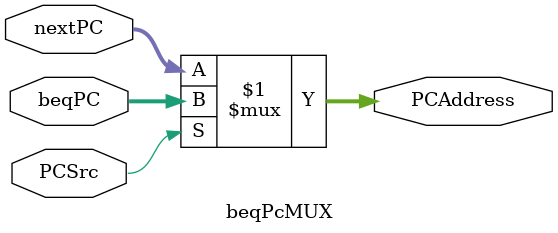
<source format=v>


module beqPcMUX (PCSrc, nextPC, beqPC, PCAddress);

    input wire PCSrc;
    input wire [31:0] nextPC;
    input wire [31:0] beqPC;

    output wire [31:0] PCAddress;


    assign PCAddress = (PCSrc) ? beqPC : nextPC;



endmodule
</source>
